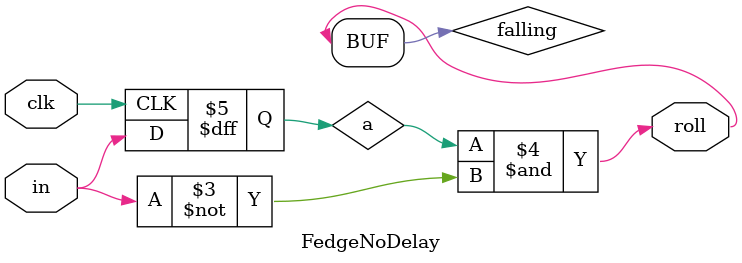
<source format=v>
module FedgeNoDelay (
	input wire clk, in,
	output wire roll
);

reg a, falling;

assign roll = falling;

// synch chain
always @ (posedge clk) begin
	a <= in;
end

// rising edge detector
always @ (*) begin
	falling = a & ~in;
end

endmodule 

</source>
